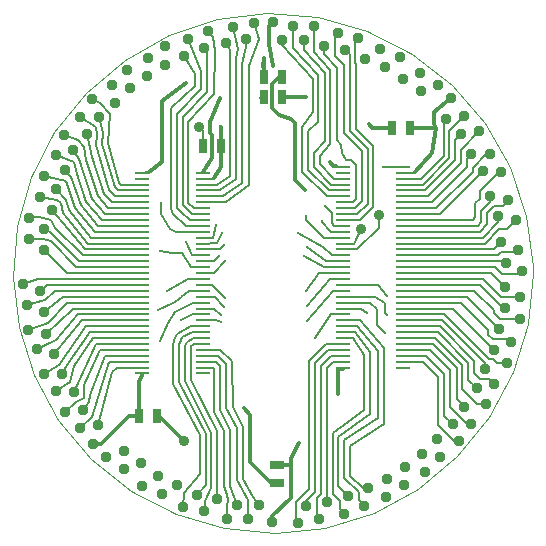
<source format=gtl>
G04 (created by PCBNEW-RS274X (2012-apr-16-27)-stable) date Tue 25 Mar 2014 08:58:53 PM EDT*
G01*
G70*
G90*
%MOIN*%
G04 Gerber Fmt 3.4, Leading zero omitted, Abs format*
%FSLAX34Y34*%
G04 APERTURE LIST*
%ADD10C,0.006000*%
%ADD11C,0.000400*%
%ADD12R,0.025000X0.045000*%
%ADD13C,0.037000*%
%ADD14R,0.045000X0.025000*%
%ADD15R,0.045300X0.009800*%
%ADD16C,0.013000*%
%ADD17C,0.035000*%
%ADD18C,0.008000*%
%ADD19C,0.011800*%
G04 APERTURE END LIST*
G54D10*
G54D11*
X48032Y-39370D02*
X47867Y-41052D01*
X47378Y-42670D01*
X46584Y-44163D01*
X45516Y-45473D01*
X44213Y-46551D01*
X42726Y-47355D01*
X41111Y-47855D01*
X39430Y-48031D01*
X37747Y-47878D01*
X36126Y-47401D01*
X34628Y-46618D01*
X33310Y-45558D01*
X32223Y-44263D01*
X31409Y-42782D01*
X30898Y-41170D01*
X30709Y-39490D01*
X30851Y-37807D01*
X31317Y-36182D01*
X32090Y-34678D01*
X33140Y-33353D01*
X34427Y-32258D01*
X35903Y-31433D01*
X37510Y-30911D01*
X39189Y-30710D01*
X40874Y-30840D01*
X42502Y-31295D01*
X44011Y-32057D01*
X45343Y-33098D01*
X46448Y-34377D01*
X47283Y-35847D01*
X47816Y-37451D01*
X48028Y-39129D01*
X48032Y-39370D01*
G54D12*
X39060Y-33484D03*
X39660Y-33484D03*
X39060Y-32825D03*
X39660Y-32825D03*
G54D13*
X33386Y-45059D03*
X39350Y-47677D03*
G54D12*
X43942Y-34528D03*
X43342Y-34528D03*
X37643Y-35118D03*
X37043Y-35118D03*
X35517Y-44134D03*
X34917Y-44134D03*
G54D14*
X39508Y-46363D03*
X39508Y-45763D03*
G54D15*
X37028Y-42716D03*
X37028Y-42520D03*
X37028Y-42323D03*
X37028Y-42126D03*
X37028Y-41929D03*
X37028Y-41732D03*
X37028Y-41535D03*
X37028Y-41339D03*
X37028Y-41142D03*
X37028Y-40945D03*
X37028Y-40748D03*
X37028Y-40551D03*
X37028Y-40354D03*
X37028Y-40157D03*
X37028Y-39961D03*
X37028Y-39764D03*
X37028Y-39567D03*
X37028Y-39370D03*
X37028Y-39173D03*
X37028Y-38976D03*
X37028Y-38779D03*
X37028Y-38583D03*
X37028Y-38386D03*
X37028Y-38189D03*
X37028Y-37992D03*
X37028Y-37795D03*
X37028Y-37598D03*
X37028Y-37401D03*
X37028Y-37205D03*
X37028Y-37008D03*
X37028Y-36811D03*
X37028Y-36614D03*
X37028Y-36417D03*
X37028Y-36220D03*
X37028Y-36024D03*
X35020Y-36024D03*
X35020Y-36220D03*
X35020Y-36417D03*
X35020Y-36614D03*
X35020Y-36811D03*
X35020Y-37008D03*
X35020Y-37205D03*
X35020Y-37401D03*
X35020Y-37598D03*
X35020Y-37795D03*
X35020Y-37992D03*
X35020Y-38189D03*
X35020Y-38386D03*
X35020Y-38583D03*
X35020Y-38779D03*
X35020Y-38976D03*
X35020Y-39173D03*
X35020Y-39370D03*
X35020Y-39567D03*
X35020Y-39764D03*
X35020Y-39961D03*
X35020Y-40157D03*
X35020Y-40354D03*
X35020Y-40551D03*
X35020Y-40748D03*
X35020Y-40945D03*
X35020Y-41142D03*
X35020Y-41339D03*
X35020Y-41535D03*
X35020Y-41732D03*
X35020Y-41929D03*
X35020Y-42126D03*
X35020Y-42323D03*
X35020Y-42520D03*
X35020Y-42716D03*
X43721Y-42519D03*
X43721Y-42323D03*
X43721Y-42126D03*
X43721Y-41929D03*
X43721Y-41732D03*
X43721Y-41535D03*
X43721Y-41338D03*
X43721Y-41142D03*
X43721Y-40945D03*
X43721Y-40748D03*
X43721Y-40551D03*
X43721Y-40354D03*
X43721Y-40157D03*
X43721Y-39960D03*
X43721Y-39764D03*
X43721Y-39567D03*
X43721Y-39370D03*
X43721Y-39173D03*
X43721Y-38976D03*
X43721Y-38779D03*
X43721Y-38582D03*
X43721Y-38386D03*
X43721Y-38189D03*
X43721Y-37992D03*
X43721Y-37795D03*
X43721Y-37598D03*
X43721Y-37401D03*
X43721Y-37204D03*
X43721Y-37008D03*
X43721Y-36811D03*
X43721Y-36614D03*
X43721Y-36417D03*
X43721Y-36220D03*
X43721Y-36023D03*
X43721Y-35827D03*
X41713Y-35827D03*
X41713Y-36023D03*
X41713Y-36220D03*
X41713Y-36417D03*
X41713Y-36614D03*
X41713Y-36811D03*
X41713Y-37008D03*
X41713Y-37204D03*
X41713Y-37401D03*
X41713Y-37598D03*
X41713Y-37795D03*
X41713Y-37992D03*
X41713Y-38189D03*
X41713Y-38386D03*
X41713Y-38582D03*
X41713Y-38779D03*
X41713Y-38976D03*
X41713Y-39173D03*
X41713Y-39370D03*
X41713Y-39567D03*
X41713Y-39764D03*
X41713Y-39960D03*
X41713Y-40157D03*
X41713Y-40354D03*
X41713Y-40551D03*
X41713Y-40748D03*
X41713Y-40945D03*
X41713Y-41142D03*
X41713Y-41338D03*
X41713Y-41535D03*
X41713Y-41732D03*
X41713Y-41929D03*
X41713Y-42126D03*
X41713Y-42323D03*
X41713Y-42519D03*
G54D13*
X33346Y-33583D03*
X32952Y-34172D03*
X33558Y-34151D03*
X33164Y-34740D03*
X37835Y-47579D03*
X38544Y-47579D03*
X38189Y-47087D03*
X38898Y-47087D03*
X37520Y-46890D03*
X36825Y-46751D03*
X37076Y-47303D03*
X36381Y-47164D03*
X36181Y-46417D03*
X35526Y-46146D03*
X35666Y-46736D03*
X35011Y-46465D03*
X34980Y-45689D03*
X34391Y-45295D03*
X34412Y-45901D03*
X33823Y-45507D03*
X32441Y-44016D03*
X32942Y-44517D03*
X33039Y-43918D03*
X33541Y-44420D03*
X31732Y-42717D03*
X32125Y-43307D03*
X32338Y-42739D03*
X32731Y-43328D03*
X31220Y-41260D03*
X31491Y-41915D03*
X31810Y-41399D03*
X32081Y-42054D03*
X31043Y-39724D03*
X31181Y-40419D03*
X31594Y-39976D03*
X31732Y-40671D03*
X31240Y-37539D03*
X31240Y-38248D03*
X31732Y-37893D03*
X31732Y-38602D03*
X31732Y-36122D03*
X31593Y-36817D03*
X32145Y-36566D03*
X32006Y-37261D03*
X32402Y-34764D03*
X32131Y-35419D03*
X32721Y-35279D03*
X32450Y-35934D03*
X34094Y-33701D03*
X34595Y-33200D03*
X33996Y-33103D03*
X34498Y-32601D03*
X35177Y-32815D03*
X35767Y-32422D03*
X35199Y-32209D03*
X35788Y-31816D03*
X36417Y-32146D03*
X37072Y-31875D03*
X36556Y-31556D03*
X37211Y-31285D03*
X38740Y-31024D03*
X38045Y-31162D03*
X38488Y-31575D03*
X37793Y-31713D03*
X41083Y-31791D03*
X41778Y-31930D03*
X41527Y-31378D03*
X42222Y-31517D03*
X40217Y-47697D03*
X40912Y-47559D03*
X40469Y-47146D03*
X41164Y-47008D03*
X42539Y-46535D03*
X41884Y-46806D03*
X42400Y-47125D03*
X41745Y-47396D03*
X43760Y-45827D03*
X43170Y-46220D03*
X43738Y-46433D03*
X43149Y-46826D03*
X44843Y-44902D03*
X44342Y-45403D03*
X44941Y-45500D03*
X44439Y-46002D03*
X45571Y-44980D03*
X45965Y-44391D03*
X45359Y-44412D03*
X45753Y-43823D03*
X46476Y-43720D03*
X46747Y-43065D03*
X46157Y-43205D03*
X46428Y-42550D03*
X47165Y-42362D03*
X47304Y-41667D03*
X46752Y-41918D03*
X46891Y-41223D03*
X47598Y-40886D03*
X47598Y-40177D03*
X47106Y-40532D03*
X47106Y-39823D03*
X47677Y-39291D03*
X47539Y-38596D03*
X47126Y-39039D03*
X46988Y-38344D03*
X47480Y-37598D03*
X47209Y-36943D03*
X46890Y-37459D03*
X46619Y-36804D03*
X46988Y-36004D03*
X46595Y-35414D03*
X46382Y-35982D03*
X45989Y-35393D03*
X46240Y-34646D03*
X45739Y-34145D03*
X45642Y-34744D03*
X45140Y-34242D03*
X43720Y-32913D03*
X44309Y-33307D03*
X44288Y-32701D03*
X44877Y-33095D03*
X40748Y-31122D03*
X40039Y-31122D03*
X40394Y-31614D03*
X39685Y-31614D03*
X39370Y-31004D03*
X45295Y-33543D03*
X42441Y-32224D03*
X43096Y-32495D03*
X42956Y-31905D03*
X43611Y-32176D03*
G54D16*
X41102Y-37146D03*
X41004Y-37618D03*
X40472Y-37461D03*
G54D17*
X42323Y-37913D03*
X42894Y-37441D03*
G54D16*
X40217Y-38031D03*
X40512Y-38514D03*
X40404Y-38809D03*
X40472Y-39961D03*
X40492Y-40472D03*
X43189Y-40138D03*
X40512Y-40965D03*
X43169Y-40768D03*
X43110Y-41378D03*
X42500Y-40689D03*
X40787Y-41535D03*
X39045Y-32500D03*
X36486Y-33041D03*
X38957Y-33524D03*
X37599Y-33524D03*
X35630Y-37028D03*
X37490Y-37776D03*
X37677Y-38022D03*
X37736Y-38425D03*
X36457Y-38346D03*
X37559Y-38799D03*
X35591Y-38622D03*
X37785Y-38976D03*
X35827Y-39961D03*
X37776Y-40197D03*
X35531Y-40610D03*
X37736Y-40512D03*
X35610Y-41634D03*
X37648Y-40758D03*
X36319Y-40945D03*
X37628Y-41014D03*
X41260Y-35659D03*
X40453Y-36614D03*
X40482Y-33484D03*
X43051Y-35827D03*
X38406Y-43878D03*
X42559Y-34409D03*
G54D17*
X36909Y-34488D03*
X36417Y-44961D03*
G54D16*
X40226Y-45030D03*
X41535Y-43386D03*
X39390Y-32480D03*
X37618Y-34469D03*
G54D18*
X45448Y-34938D02*
X45642Y-34744D01*
X45448Y-35595D02*
X45448Y-34938D01*
X44429Y-36614D02*
X45448Y-35595D01*
X43721Y-36614D02*
X44429Y-36614D01*
X43721Y-36811D02*
X44527Y-36811D01*
X45630Y-35256D02*
X46240Y-34646D01*
X45630Y-35708D02*
X45630Y-35256D01*
X44527Y-36811D02*
X45630Y-35708D01*
X43721Y-37008D02*
X44665Y-37008D01*
X45827Y-35555D02*
X45989Y-35393D01*
X45827Y-35846D02*
X45827Y-35555D01*
X44665Y-37008D02*
X45827Y-35846D01*
X46024Y-36003D02*
X46024Y-35866D01*
X43721Y-37204D02*
X44823Y-37204D01*
X46476Y-35414D02*
X46595Y-35414D01*
X44823Y-37204D02*
X46024Y-36003D01*
X46024Y-35866D02*
X46476Y-35414D01*
X43721Y-37401D02*
X44941Y-37401D01*
X46382Y-35960D02*
X46382Y-35982D01*
X44941Y-37401D02*
X46382Y-35960D01*
X43721Y-37598D02*
X46024Y-37598D01*
X46280Y-36890D02*
X46280Y-36634D01*
X46910Y-36004D02*
X46988Y-36004D01*
X46122Y-37500D02*
X46122Y-37048D01*
X46122Y-37048D02*
X46280Y-36890D01*
X46280Y-36634D02*
X46910Y-36004D01*
X46024Y-37598D02*
X46122Y-37500D01*
X46196Y-37795D02*
X46319Y-37672D01*
X46319Y-37284D02*
X46619Y-36984D01*
X46319Y-37672D02*
X46319Y-37284D01*
X46619Y-36984D02*
X46619Y-36804D01*
X43721Y-37795D02*
X46196Y-37795D01*
X46260Y-37992D02*
X46516Y-37736D01*
X43721Y-37992D02*
X46260Y-37992D01*
X46516Y-37362D02*
X46752Y-37126D01*
X46752Y-37126D02*
X47026Y-37126D01*
X46516Y-37736D02*
X46516Y-37362D01*
X47026Y-37126D02*
X47209Y-36943D01*
X46358Y-38189D02*
X46890Y-37657D01*
X43721Y-38189D02*
X46358Y-38189D01*
X46890Y-37657D02*
X46890Y-37459D01*
X46436Y-38386D02*
X46909Y-37913D01*
X46909Y-37913D02*
X47165Y-37913D01*
X47165Y-37913D02*
X47480Y-37598D01*
X43721Y-38386D02*
X46436Y-38386D01*
X43721Y-38582D02*
X46750Y-38582D01*
X46750Y-38582D02*
X46988Y-38344D01*
X46871Y-38779D02*
X46969Y-38681D01*
X46969Y-38681D02*
X47454Y-38681D01*
X47454Y-38681D02*
X47539Y-38596D01*
X43721Y-38779D02*
X46871Y-38779D01*
X43721Y-38976D02*
X47063Y-38976D01*
X47063Y-38976D02*
X47126Y-39039D01*
X43721Y-39173D02*
X46772Y-39173D01*
X46772Y-39173D02*
X47008Y-39409D01*
X47008Y-39409D02*
X47559Y-39409D01*
X47559Y-39409D02*
X47677Y-39291D01*
X43721Y-39370D02*
X46653Y-39370D01*
X46653Y-39370D02*
X47106Y-39823D01*
X43721Y-39567D02*
X46359Y-39567D01*
X46969Y-40177D02*
X47598Y-40177D01*
X46359Y-39567D02*
X46969Y-40177D01*
X46279Y-39764D02*
X47047Y-40532D01*
X47047Y-40532D02*
X47106Y-40532D01*
X43721Y-39764D02*
X46279Y-39764D01*
X43721Y-39960D02*
X46082Y-39960D01*
X46082Y-39960D02*
X46732Y-40610D01*
X46732Y-40610D02*
X46732Y-40689D01*
X46929Y-40886D02*
X47598Y-40886D01*
X46732Y-40689D02*
X46929Y-40886D01*
X45825Y-40157D02*
X46891Y-41223D01*
X43721Y-40157D02*
X45825Y-40157D01*
X45629Y-40354D02*
X46555Y-41280D01*
X47192Y-41555D02*
X47304Y-41667D01*
X46693Y-41555D02*
X47192Y-41555D01*
X43721Y-40354D02*
X45629Y-40354D01*
X46555Y-41417D02*
X46693Y-41555D01*
X46555Y-41280D02*
X46555Y-41417D01*
X43721Y-40551D02*
X45385Y-40551D01*
X45385Y-40551D02*
X46752Y-41918D01*
X46575Y-42244D02*
X46712Y-42244D01*
X45079Y-40748D02*
X46575Y-42244D01*
X46712Y-42244D02*
X46830Y-42362D01*
X46830Y-42362D02*
X47165Y-42362D01*
X43721Y-40748D02*
X45079Y-40748D01*
X46428Y-42373D02*
X46428Y-42550D01*
X43721Y-40945D02*
X45000Y-40945D01*
X45000Y-40945D02*
X46428Y-42373D01*
X43721Y-41142D02*
X44941Y-41142D01*
X44941Y-41142D02*
X46083Y-42284D01*
X46280Y-42894D02*
X46576Y-42894D01*
X46083Y-42697D02*
X46280Y-42894D01*
X46576Y-42894D02*
X46747Y-43065D01*
X46083Y-42284D02*
X46083Y-42697D01*
X44862Y-41338D02*
X45886Y-42362D01*
X45886Y-42362D02*
X45886Y-42934D01*
X45886Y-42934D02*
X46157Y-43205D01*
X43721Y-41338D02*
X44862Y-41338D01*
X45689Y-42441D02*
X45689Y-43248D01*
X45689Y-43248D02*
X46161Y-43720D01*
X46161Y-43720D02*
X46476Y-43720D01*
X44783Y-41535D02*
X45689Y-42441D01*
X43721Y-41535D02*
X44783Y-41535D01*
X45492Y-42520D02*
X45492Y-43562D01*
X44704Y-41732D02*
X45492Y-42520D01*
X43721Y-41732D02*
X44704Y-41732D01*
X45492Y-43562D02*
X45753Y-43823D01*
X45276Y-43839D02*
X45828Y-44391D01*
X44606Y-41929D02*
X45276Y-42599D01*
X45276Y-42599D02*
X45276Y-43839D01*
X43721Y-41929D02*
X44606Y-41929D01*
X45828Y-44391D02*
X45965Y-44391D01*
X45079Y-42717D02*
X45079Y-44132D01*
X44488Y-42126D02*
X45079Y-42717D01*
X45079Y-44132D02*
X45359Y-44412D01*
X43721Y-42126D02*
X44488Y-42126D01*
X44882Y-42835D02*
X44882Y-44449D01*
X43721Y-42323D02*
X44370Y-42323D01*
X45413Y-44980D02*
X45571Y-44980D01*
X44882Y-44449D02*
X45413Y-44980D01*
X44370Y-42323D02*
X44882Y-42835D01*
X41289Y-32605D02*
X40748Y-32008D01*
X40748Y-32008D02*
X40748Y-31122D01*
X41398Y-36220D02*
X40925Y-35748D01*
X41713Y-36220D02*
X41398Y-36220D01*
X40944Y-35450D02*
X41289Y-35054D01*
X40925Y-35748D02*
X40944Y-35450D01*
X41289Y-35054D02*
X41289Y-32605D01*
X40728Y-35846D02*
X40728Y-35365D01*
X40728Y-35365D02*
X41092Y-34961D01*
X41092Y-34961D02*
X41092Y-32693D01*
X41713Y-36417D02*
X41319Y-36417D01*
X40394Y-31929D02*
X40394Y-31614D01*
X41319Y-36417D02*
X40728Y-35846D01*
X41092Y-32693D02*
X40394Y-31929D01*
X41713Y-36614D02*
X41240Y-36614D01*
X40531Y-35926D02*
X40531Y-34646D01*
X40531Y-34646D02*
X40886Y-34326D01*
X40039Y-31850D02*
X40039Y-31122D01*
X40886Y-34326D02*
X40886Y-32770D01*
X41240Y-36614D02*
X40531Y-35926D01*
X40886Y-32770D02*
X40039Y-31850D01*
X39685Y-31772D02*
X39685Y-31614D01*
X40698Y-32892D02*
X39685Y-31772D01*
X41713Y-36811D02*
X41162Y-36811D01*
X41162Y-36811D02*
X40335Y-36004D01*
X40335Y-36004D02*
X40335Y-34488D01*
X40335Y-34488D02*
X40698Y-34010D01*
X40698Y-34010D02*
X40698Y-32892D01*
X41506Y-34931D02*
X41506Y-32529D01*
X41083Y-32067D02*
X41083Y-31791D01*
X41506Y-32529D02*
X41083Y-32067D01*
X41648Y-35103D02*
X41506Y-34931D01*
X41713Y-37008D02*
X42027Y-37008D01*
X41673Y-35354D02*
X41648Y-35103D01*
X42146Y-35768D02*
X41988Y-35610D01*
X42027Y-37008D02*
X42146Y-36889D01*
X41791Y-35610D02*
X41673Y-35354D01*
X42146Y-36889D02*
X42146Y-35768D01*
X41988Y-35610D02*
X41791Y-35610D01*
X42343Y-36968D02*
X42343Y-35315D01*
X42107Y-37204D02*
X42343Y-36968D01*
X41437Y-31468D02*
X41527Y-31378D01*
X41732Y-32441D02*
X41437Y-32146D01*
X41437Y-32146D02*
X41437Y-31468D01*
X41713Y-37204D02*
X42107Y-37204D01*
X41732Y-34704D02*
X41732Y-32441D01*
X42343Y-35315D02*
X41732Y-34704D01*
X41929Y-34641D02*
X41929Y-32081D01*
X42525Y-35237D02*
X41929Y-34641D01*
X42186Y-37401D02*
X42525Y-37062D01*
X41713Y-37401D02*
X42186Y-37401D01*
X41929Y-32081D02*
X41778Y-31930D01*
X42525Y-37062D02*
X42525Y-35237D01*
X42111Y-32367D02*
X42111Y-31628D01*
X41713Y-37598D02*
X42264Y-37598D01*
X42111Y-31628D02*
X42222Y-31517D01*
X42126Y-32382D02*
X42111Y-32367D01*
X42126Y-34567D02*
X42126Y-32382D01*
X42707Y-35148D02*
X42126Y-34567D01*
X42264Y-37598D02*
X42707Y-37155D01*
X42707Y-37155D02*
X42707Y-35148D01*
X41339Y-37716D02*
X41339Y-37383D01*
X41418Y-37795D02*
X41339Y-37716D01*
X41713Y-37795D02*
X41418Y-37795D01*
X41339Y-37383D02*
X41102Y-37146D01*
X41713Y-37992D02*
X41319Y-37992D01*
X41319Y-37992D02*
X41004Y-37677D01*
X41004Y-37677D02*
X41004Y-37618D01*
X41063Y-38189D02*
X41713Y-38189D01*
X41063Y-38189D02*
X40472Y-37598D01*
X40472Y-37598D02*
X40472Y-37461D01*
X41713Y-38386D02*
X42067Y-38386D01*
X42067Y-38386D02*
X42323Y-37913D01*
X42894Y-37873D02*
X42894Y-37441D01*
X42185Y-38582D02*
X42894Y-37873D01*
X41713Y-38582D02*
X42185Y-38582D01*
X41043Y-38484D02*
X40217Y-38031D01*
X41713Y-38779D02*
X41338Y-38779D01*
X41338Y-38779D02*
X41043Y-38484D01*
X41575Y-38976D02*
X41555Y-38976D01*
X41142Y-38976D02*
X40512Y-38514D01*
X41713Y-38976D02*
X41575Y-38976D01*
X41555Y-38976D02*
X41142Y-38976D01*
X41713Y-39173D02*
X41073Y-39173D01*
X41073Y-39173D02*
X40404Y-38809D01*
X41713Y-39370D02*
X40905Y-39370D01*
X40905Y-39370D02*
X40472Y-39961D01*
X41280Y-39567D02*
X40492Y-40472D01*
X41713Y-39567D02*
X41280Y-39567D01*
X42875Y-39764D02*
X43189Y-40138D01*
X41713Y-39764D02*
X42875Y-39764D01*
X41713Y-39960D02*
X41378Y-39961D01*
X41378Y-39961D02*
X40512Y-40965D01*
X43110Y-40708D02*
X43169Y-40768D01*
X42776Y-40157D02*
X43110Y-40374D01*
X43110Y-40374D02*
X43110Y-40708D01*
X41713Y-40157D02*
X42776Y-40157D01*
X42835Y-41103D02*
X43110Y-41378D01*
X41713Y-40354D02*
X42618Y-40354D01*
X42618Y-40354D02*
X42835Y-40571D01*
X42835Y-40571D02*
X42835Y-41103D01*
X41713Y-40551D02*
X42303Y-40551D01*
X42303Y-40551D02*
X42500Y-40689D01*
X41319Y-40748D02*
X40787Y-41535D01*
X41319Y-40748D02*
X41319Y-40748D01*
X41713Y-40748D02*
X41319Y-40748D01*
X42266Y-40945D02*
X43071Y-41858D01*
X43071Y-44415D02*
X41949Y-45138D01*
X42362Y-46535D02*
X42539Y-46535D01*
X41949Y-45138D02*
X41949Y-46122D01*
X43071Y-41858D02*
X43071Y-44415D01*
X41949Y-46122D02*
X42362Y-46535D01*
X41713Y-40945D02*
X42266Y-40945D01*
X42224Y-46673D02*
X42224Y-46949D01*
X41713Y-41142D02*
X42185Y-41142D01*
X41752Y-46201D02*
X42224Y-46673D01*
X42224Y-46949D02*
X42400Y-47125D01*
X42874Y-41953D02*
X42874Y-44213D01*
X42874Y-44213D02*
X41752Y-44942D01*
X41752Y-44942D02*
X41752Y-46201D01*
X42185Y-41142D02*
X42874Y-41953D01*
X41713Y-41338D02*
X42105Y-41338D01*
X42618Y-44055D02*
X41555Y-44823D01*
X41555Y-44823D02*
X41555Y-46477D01*
X42105Y-41338D02*
X42618Y-42014D01*
X41555Y-46477D02*
X41884Y-46806D01*
X42618Y-42014D02*
X42618Y-44055D01*
X41358Y-44705D02*
X41358Y-46732D01*
X42402Y-42106D02*
X42402Y-42736D01*
X42402Y-42736D02*
X42402Y-43937D01*
X42027Y-41535D02*
X42402Y-42106D01*
X41713Y-41535D02*
X42027Y-41535D01*
X41594Y-47245D02*
X41745Y-47396D01*
X42402Y-43937D02*
X41890Y-44331D01*
X41890Y-44331D02*
X41358Y-44705D01*
X41594Y-46968D02*
X41594Y-47245D01*
X41358Y-46732D02*
X41594Y-46968D01*
X41142Y-41732D02*
X40571Y-42303D01*
X40138Y-47008D02*
X40138Y-47618D01*
X40571Y-42303D02*
X40571Y-46575D01*
X40138Y-47618D02*
X40217Y-47697D01*
X40571Y-46575D02*
X40138Y-47008D01*
X41713Y-41732D02*
X41142Y-41732D01*
X40768Y-46653D02*
X40469Y-46952D01*
X41713Y-41929D02*
X41221Y-41929D01*
X41221Y-41929D02*
X40768Y-42382D01*
X40469Y-46952D02*
X40469Y-47146D01*
X40768Y-42382D02*
X40768Y-46653D01*
X41299Y-42126D02*
X40965Y-42460D01*
X40827Y-47474D02*
X40912Y-47559D01*
X41713Y-42126D02*
X41299Y-42126D01*
X40827Y-46870D02*
X40827Y-47474D01*
X40965Y-42460D02*
X40965Y-46732D01*
X40965Y-46732D02*
X40827Y-46870D01*
X41338Y-42362D02*
X41164Y-42536D01*
X41164Y-42536D02*
X41164Y-47008D01*
X41339Y-42362D02*
X41338Y-42362D01*
X41378Y-42323D02*
X41339Y-42362D01*
X41713Y-42323D02*
X41378Y-42323D01*
X44291Y-36220D02*
X45059Y-35452D01*
X45059Y-34323D02*
X45140Y-34242D01*
X45059Y-35452D02*
X45059Y-34323D01*
X43721Y-36220D02*
X44291Y-36220D01*
X45256Y-35531D02*
X45256Y-34628D01*
X43721Y-36417D02*
X44370Y-36417D01*
X44370Y-36417D02*
X45256Y-35531D01*
X45256Y-34628D02*
X45739Y-34145D01*
G54D19*
X35689Y-35650D02*
X35689Y-33622D01*
X39060Y-32210D02*
X39045Y-32500D01*
X35689Y-33622D02*
X36486Y-33041D01*
G54D18*
X35256Y-36004D02*
X35020Y-36024D01*
G54D19*
X35256Y-36004D02*
X35689Y-35650D01*
X39060Y-32825D02*
X39060Y-32210D01*
X37343Y-35531D02*
X37343Y-34764D01*
G54D18*
X37028Y-36024D02*
X37028Y-36004D01*
G54D19*
X37264Y-34685D02*
X37264Y-34331D01*
X39045Y-33524D02*
X38957Y-33524D01*
X37343Y-34764D02*
X37264Y-34685D01*
X37028Y-36004D02*
X37343Y-35531D01*
X39060Y-33484D02*
X39045Y-33524D01*
X37264Y-34331D02*
X37599Y-33524D01*
G54D18*
X35020Y-36417D02*
X34311Y-36417D01*
X33878Y-35039D02*
X33937Y-34075D01*
X33937Y-34075D02*
X33602Y-33701D01*
X33602Y-33701D02*
X33346Y-33583D01*
X34311Y-36417D02*
X34252Y-36358D01*
X34252Y-36358D02*
X33878Y-35039D01*
X32559Y-37283D02*
X32480Y-36949D01*
X35020Y-38189D02*
X34508Y-38189D01*
X33307Y-38187D02*
X32559Y-37283D01*
X32480Y-36949D02*
X32145Y-36566D01*
X34508Y-38189D02*
X33307Y-38187D01*
X32165Y-36949D02*
X31593Y-36817D01*
X32362Y-37362D02*
X32303Y-37047D01*
X32303Y-37047D02*
X32165Y-36949D01*
X35020Y-38386D02*
X33209Y-38386D01*
X33209Y-38386D02*
X32362Y-37362D01*
X35020Y-38583D02*
X33110Y-38583D01*
X33110Y-38583D02*
X32006Y-37261D01*
X33031Y-38780D02*
X32106Y-37874D01*
X31575Y-37500D02*
X31240Y-37539D01*
X32106Y-37874D02*
X31969Y-37598D01*
X31969Y-37598D02*
X31575Y-37500D01*
X35020Y-38779D02*
X33031Y-38780D01*
X32894Y-38976D02*
X31949Y-37992D01*
X35020Y-38976D02*
X32894Y-38976D01*
X31949Y-37992D02*
X31732Y-37893D01*
X31713Y-38248D02*
X31240Y-38248D01*
X32795Y-39173D02*
X31969Y-38287D01*
X31969Y-38287D02*
X31713Y-38248D01*
X35020Y-39173D02*
X32795Y-39173D01*
X35020Y-39370D02*
X32520Y-39370D01*
X32520Y-39370D02*
X31732Y-38602D01*
X35020Y-39567D02*
X31535Y-39567D01*
X31535Y-39567D02*
X31043Y-39724D01*
X31850Y-39764D02*
X31594Y-39976D01*
X35020Y-39764D02*
X31850Y-39764D01*
X35020Y-39961D02*
X32106Y-39961D01*
X32106Y-39961D02*
X31772Y-40276D01*
X31772Y-40276D02*
X31181Y-40419D01*
X34094Y-36496D02*
X33681Y-35059D01*
X34213Y-36614D02*
X34094Y-36496D01*
X35020Y-36614D02*
X34213Y-36614D01*
X33681Y-35059D02*
X33701Y-34685D01*
X33701Y-34685D02*
X33558Y-34151D01*
X35020Y-40157D02*
X32362Y-40157D01*
X32362Y-40157D02*
X31732Y-40671D01*
X35020Y-40354D02*
X32500Y-40354D01*
X31870Y-41024D02*
X31220Y-41260D01*
X32500Y-40354D02*
X31870Y-41024D01*
X35020Y-40551D02*
X32717Y-40551D01*
X32717Y-40551D02*
X31810Y-41399D01*
X32874Y-40748D02*
X32126Y-41614D01*
X32126Y-41614D02*
X31491Y-41915D01*
X35020Y-40748D02*
X32874Y-40748D01*
X33012Y-40945D02*
X32081Y-42054D01*
X35020Y-40945D02*
X33012Y-40945D01*
X35020Y-41142D02*
X33150Y-41142D01*
X32224Y-42421D02*
X31732Y-42717D01*
X33150Y-41142D02*
X32224Y-42421D01*
X32520Y-42421D02*
X32338Y-42739D01*
X35020Y-41339D02*
X33268Y-41339D01*
X33268Y-41339D02*
X32520Y-42421D01*
X33386Y-41535D02*
X32756Y-42461D01*
X35020Y-41535D02*
X33386Y-41535D01*
X32756Y-42461D02*
X32618Y-42992D01*
X32618Y-42992D02*
X32125Y-43307D01*
X33484Y-41732D02*
X32731Y-43328D01*
X35020Y-41732D02*
X33484Y-41732D01*
X35020Y-41929D02*
X33622Y-41929D01*
X33622Y-41929D02*
X33084Y-43109D01*
X33071Y-43543D02*
X32795Y-43661D01*
X32795Y-43661D02*
X32441Y-44016D01*
X33084Y-43109D02*
X33071Y-43543D01*
X33504Y-34783D02*
X33465Y-34508D01*
X34094Y-36811D02*
X33917Y-36614D01*
X35020Y-36811D02*
X34094Y-36811D01*
X33917Y-36614D02*
X33465Y-35098D01*
X33465Y-34508D02*
X32952Y-34172D01*
X33465Y-35098D02*
X33504Y-34783D01*
X33287Y-43445D02*
X33228Y-43681D01*
X35020Y-42126D02*
X33760Y-42126D01*
X33228Y-43681D02*
X33039Y-43918D01*
X33760Y-42126D02*
X33287Y-43445D01*
X33327Y-44154D02*
X32942Y-44517D01*
X35020Y-42323D02*
X33898Y-42323D01*
X33898Y-42323D02*
X33327Y-44154D01*
X34173Y-42520D02*
X33996Y-42657D01*
X35020Y-42520D02*
X34173Y-42520D01*
X33996Y-42657D02*
X33541Y-44420D01*
X37520Y-36417D02*
X37953Y-36129D01*
X37953Y-36129D02*
X37953Y-31938D01*
X37953Y-31938D02*
X37793Y-31713D01*
X37028Y-36417D02*
X37520Y-36417D01*
X37559Y-36614D02*
X37598Y-36614D01*
X38150Y-32213D02*
X38209Y-31890D01*
X38209Y-31890D02*
X38045Y-31162D01*
X38150Y-36246D02*
X38150Y-32213D01*
X37028Y-36614D02*
X37559Y-36614D01*
X37598Y-36614D02*
X38150Y-36246D01*
X37028Y-36811D02*
X37697Y-36811D01*
X38484Y-31831D02*
X38488Y-31575D01*
X38346Y-36359D02*
X38346Y-32402D01*
X38346Y-32402D02*
X38484Y-31831D01*
X37697Y-36811D02*
X38346Y-36359D01*
X38583Y-32460D02*
X38898Y-31575D01*
X38898Y-31575D02*
X38740Y-31024D01*
X38564Y-36437D02*
X38583Y-32460D01*
X37028Y-37008D02*
X37795Y-37008D01*
X37795Y-37008D02*
X38564Y-36437D01*
X37403Y-33394D02*
X37430Y-31966D01*
X36732Y-37205D02*
X36555Y-37026D01*
X36555Y-34322D02*
X37403Y-33394D01*
X37430Y-31966D02*
X37362Y-31516D01*
X37362Y-31516D02*
X37211Y-31285D01*
X37028Y-37205D02*
X36732Y-37205D01*
X36555Y-37026D02*
X36555Y-34322D01*
X36713Y-37402D02*
X36673Y-37402D01*
X36673Y-37402D02*
X36496Y-37244D01*
X36359Y-34155D02*
X37165Y-33327D01*
X36496Y-37244D02*
X36359Y-37107D01*
X37165Y-31957D02*
X37072Y-31875D01*
X37165Y-33327D02*
X37165Y-31957D01*
X36359Y-37107D02*
X36359Y-34155D01*
X37028Y-37401D02*
X36713Y-37402D01*
X33740Y-36732D02*
X33346Y-35512D01*
X33346Y-35512D02*
X33164Y-34740D01*
X33996Y-37008D02*
X33740Y-36732D01*
X35020Y-37008D02*
X33996Y-37008D01*
X36969Y-32640D02*
X36556Y-31556D01*
X36969Y-33247D02*
X36969Y-32640D01*
X36161Y-34055D02*
X36969Y-33247D01*
X36280Y-37303D02*
X36161Y-37184D01*
X36614Y-37598D02*
X36299Y-37323D01*
X37028Y-37598D02*
X36614Y-37598D01*
X36299Y-37323D02*
X36280Y-37303D01*
X36161Y-37184D02*
X36161Y-34055D01*
X37028Y-37795D02*
X36476Y-37795D01*
X36772Y-33149D02*
X36772Y-32749D01*
X36476Y-37795D02*
X36043Y-37402D01*
X36772Y-32749D02*
X36417Y-32146D01*
X35965Y-33878D02*
X36772Y-33149D01*
X36043Y-37402D02*
X35965Y-37224D01*
X35965Y-37224D02*
X35965Y-33878D01*
X36142Y-37992D02*
X35945Y-37894D01*
X35630Y-37402D02*
X35630Y-37028D01*
X37028Y-37992D02*
X36673Y-37992D01*
X36673Y-37992D02*
X36142Y-37992D01*
X35945Y-37894D02*
X35630Y-37402D01*
X37363Y-38189D02*
X37028Y-38189D01*
X37363Y-38189D02*
X37490Y-37776D01*
X37506Y-38374D02*
X37677Y-38022D01*
X37028Y-38386D02*
X37506Y-38374D01*
X37597Y-38583D02*
X37736Y-38425D01*
X37362Y-38583D02*
X37597Y-38583D01*
X37362Y-38583D02*
X37362Y-38583D01*
X37028Y-38583D02*
X37362Y-38583D01*
X36791Y-38780D02*
X36673Y-38780D01*
X37028Y-38779D02*
X36791Y-38780D01*
X36673Y-38780D02*
X36457Y-38346D01*
X37411Y-38969D02*
X37559Y-38799D01*
X37028Y-38976D02*
X37411Y-38969D01*
X36654Y-39173D02*
X36356Y-38701D01*
X36356Y-38701D02*
X36002Y-38699D01*
X37028Y-39173D02*
X36654Y-39173D01*
X36002Y-38699D02*
X35591Y-38622D01*
X37028Y-39370D02*
X37421Y-39370D01*
X37421Y-39370D02*
X37785Y-38976D01*
X32874Y-34941D02*
X32402Y-34764D01*
X35020Y-37205D02*
X33878Y-37205D01*
X33130Y-35591D02*
X33071Y-35157D01*
X33543Y-36811D02*
X33130Y-35591D01*
X33878Y-37205D02*
X33543Y-36811D01*
X33071Y-35157D02*
X32874Y-34941D01*
X36555Y-39577D02*
X35827Y-39961D01*
X37028Y-39567D02*
X36555Y-39577D01*
X37343Y-39772D02*
X37776Y-40197D01*
X37028Y-39764D02*
X37343Y-39772D01*
X36201Y-40256D02*
X36043Y-40374D01*
X36575Y-39961D02*
X36299Y-40177D01*
X36043Y-40374D02*
X35531Y-40610D01*
X36299Y-40177D02*
X36201Y-40256D01*
X37028Y-39961D02*
X36575Y-39961D01*
X37028Y-40157D02*
X37431Y-40157D01*
X37431Y-40157D02*
X37736Y-40512D01*
X37028Y-40354D02*
X36693Y-40354D01*
X36693Y-40354D02*
X36102Y-40669D01*
X36102Y-40669D02*
X35886Y-41043D01*
X35886Y-41043D02*
X35610Y-41634D01*
X37028Y-40551D02*
X37411Y-40551D01*
X37411Y-40551D02*
X37648Y-40758D01*
X36693Y-40748D02*
X36319Y-40945D01*
X37028Y-40748D02*
X36693Y-40748D01*
X37461Y-40945D02*
X37460Y-40945D01*
X37480Y-40945D02*
X37628Y-41014D01*
X37460Y-40945D02*
X37480Y-40945D01*
X37028Y-40945D02*
X37461Y-40945D01*
X36063Y-41673D02*
X36043Y-41732D01*
X37028Y-41142D02*
X36654Y-41142D01*
X36161Y-41398D02*
X36083Y-41614D01*
X36083Y-41614D02*
X36063Y-41673D01*
X36417Y-46693D02*
X36381Y-47164D01*
X36929Y-44783D02*
X36929Y-46083D01*
X36043Y-43051D02*
X36929Y-44783D01*
X36654Y-41142D02*
X36161Y-41398D01*
X36929Y-46083D02*
X36417Y-46693D01*
X36043Y-41732D02*
X36043Y-43051D01*
X37126Y-44744D02*
X37126Y-46437D01*
X36260Y-41693D02*
X36240Y-41732D01*
X36693Y-41339D02*
X36339Y-41516D01*
X36240Y-41732D02*
X36240Y-43012D01*
X37126Y-46437D02*
X36825Y-46751D01*
X36240Y-43012D02*
X37126Y-44744D01*
X37028Y-41339D02*
X36693Y-41339D01*
X36339Y-41516D02*
X36260Y-41693D01*
X33346Y-36909D02*
X32913Y-35571D01*
X33780Y-37402D02*
X33346Y-36909D01*
X32913Y-35571D02*
X32721Y-35279D01*
X35020Y-37401D02*
X33780Y-37402D01*
X36437Y-41791D02*
X36437Y-42972D01*
X36732Y-41535D02*
X36496Y-41654D01*
X36437Y-42972D02*
X37323Y-44705D01*
X37106Y-46969D02*
X37076Y-47303D01*
X37323Y-44705D02*
X37323Y-46535D01*
X37323Y-46535D02*
X37106Y-46969D01*
X37028Y-41535D02*
X36732Y-41535D01*
X36496Y-41654D02*
X36437Y-41791D01*
X36772Y-41732D02*
X36673Y-41772D01*
X36634Y-42933D02*
X37520Y-44646D01*
X36634Y-41811D02*
X36634Y-42933D01*
X37520Y-44646D02*
X37520Y-46890D01*
X36673Y-41772D02*
X36634Y-41811D01*
X37028Y-41732D02*
X36772Y-41732D01*
X38386Y-44508D02*
X38386Y-46240D01*
X38386Y-46240D02*
X38720Y-46831D01*
X38031Y-43839D02*
X38386Y-44508D01*
X38720Y-46831D02*
X38898Y-47087D01*
X37992Y-42303D02*
X38012Y-42323D01*
X38012Y-42323D02*
X38031Y-43839D01*
X37028Y-41929D02*
X37618Y-41929D01*
X37618Y-41929D02*
X37992Y-42303D01*
X37815Y-42402D02*
X37815Y-43878D01*
X37815Y-43878D02*
X38169Y-44547D01*
X37028Y-42126D02*
X37480Y-42126D01*
X37539Y-42126D02*
X37815Y-42402D01*
X38169Y-46280D02*
X38543Y-46929D01*
X38543Y-46929D02*
X38544Y-47579D01*
X38169Y-44547D02*
X38169Y-46280D01*
X37480Y-42126D02*
X37539Y-42126D01*
X37953Y-44587D02*
X37953Y-46457D01*
X37402Y-42323D02*
X37461Y-42323D01*
X37618Y-43937D02*
X37953Y-44587D01*
X37461Y-42323D02*
X37598Y-42461D01*
X37953Y-46457D02*
X38189Y-47087D01*
X37598Y-42461D02*
X37618Y-42480D01*
X37028Y-42323D02*
X37402Y-42323D01*
X37618Y-42480D02*
X37618Y-43937D01*
X37362Y-42520D02*
X37421Y-42579D01*
X37421Y-42579D02*
X37421Y-43996D01*
X37835Y-46772D02*
X37874Y-46929D01*
X37874Y-46929D02*
X37835Y-47146D01*
X37028Y-42520D02*
X37362Y-42520D01*
X37756Y-44646D02*
X37756Y-46476D01*
X37421Y-43996D02*
X37756Y-44646D01*
X37756Y-46476D02*
X37835Y-46772D01*
X37835Y-47146D02*
X37835Y-47579D01*
X32854Y-36083D02*
X32736Y-35650D01*
X33661Y-37598D02*
X33150Y-36988D01*
X33150Y-36988D02*
X32854Y-36083D01*
X32736Y-35650D02*
X32131Y-35419D01*
X35020Y-37598D02*
X33661Y-37598D01*
X32972Y-37106D02*
X32638Y-36181D01*
X35020Y-37795D02*
X33543Y-37795D01*
X32638Y-36181D02*
X32450Y-35934D01*
X33543Y-37795D02*
X32972Y-37106D01*
X35020Y-37992D02*
X33445Y-37997D01*
X32461Y-36299D02*
X31732Y-36122D01*
X32776Y-37205D02*
X32461Y-36299D01*
X33445Y-37997D02*
X32776Y-37205D01*
G54D19*
X39990Y-34244D02*
X40098Y-34352D01*
X39350Y-33869D02*
X39577Y-34096D01*
X39577Y-34096D02*
X39990Y-34244D01*
X39660Y-32825D02*
X39586Y-32825D01*
X39350Y-33061D02*
X39350Y-33869D01*
X40098Y-34617D02*
X40098Y-36259D01*
G54D18*
X41555Y-35827D02*
X41476Y-35807D01*
G54D19*
X40098Y-36259D02*
X40453Y-36614D01*
G54D18*
X41555Y-35827D02*
X41713Y-35827D01*
G54D19*
X41476Y-35807D02*
X41378Y-35797D01*
X39586Y-32825D02*
X39350Y-33061D01*
X41378Y-35797D02*
X41260Y-35659D01*
X40098Y-34352D02*
X40098Y-34617D01*
X40482Y-33484D02*
X39660Y-33484D01*
G54D18*
X43721Y-35827D02*
X43051Y-35827D01*
G54D19*
X39660Y-33484D02*
X39660Y-33484D01*
G54D18*
X39508Y-46363D02*
X39305Y-46363D01*
G54D19*
X38612Y-44084D02*
X38406Y-43878D01*
X38612Y-45670D02*
X38612Y-44084D01*
X39305Y-46363D02*
X38612Y-45670D01*
X42678Y-34528D02*
X43342Y-34528D01*
X42559Y-34409D02*
X42678Y-34528D01*
G54D18*
X36983Y-34542D02*
X36909Y-34488D01*
X37043Y-34602D02*
X36909Y-34488D01*
X37043Y-35118D02*
X37043Y-34602D01*
X35517Y-44134D02*
X35590Y-44134D01*
G54D19*
X35590Y-44134D02*
X36417Y-44961D01*
X39508Y-45763D02*
X39980Y-45763D01*
G54D18*
X39980Y-45763D02*
X39980Y-45758D01*
X41713Y-42519D02*
X41713Y-42578D01*
G54D19*
X39980Y-46850D02*
X39350Y-47480D01*
X39980Y-45522D02*
X40226Y-45030D01*
X39980Y-46850D02*
X39980Y-45758D01*
X39980Y-45758D02*
X39980Y-45522D01*
X41555Y-42579D02*
X41535Y-43386D01*
X41713Y-42578D02*
X41555Y-42579D01*
X39350Y-47480D02*
X39350Y-47677D01*
X43942Y-34528D02*
X44803Y-34528D01*
X44685Y-35354D02*
X44803Y-34528D01*
G54D18*
X44035Y-36023D02*
X44114Y-36004D01*
G54D19*
X44744Y-34015D02*
X45295Y-33543D01*
X44803Y-34528D02*
X44744Y-34390D01*
G54D18*
X43721Y-36023D02*
X44035Y-36023D01*
G54D19*
X44744Y-34390D02*
X44744Y-34015D01*
G54D18*
X45295Y-33543D02*
X45295Y-33544D01*
X44803Y-34528D02*
X44803Y-34528D01*
G54D19*
X44114Y-36004D02*
X44685Y-35354D01*
G54D18*
X37402Y-36220D02*
X37402Y-36220D01*
X37382Y-36220D02*
X37402Y-36220D01*
X37028Y-36220D02*
X37382Y-36220D01*
X37618Y-34469D02*
X37618Y-34469D01*
G54D19*
X39232Y-31732D02*
X39232Y-31142D01*
X39390Y-32480D02*
X39232Y-31732D01*
X39232Y-31142D02*
X39370Y-31004D01*
X37402Y-36201D02*
X37638Y-35846D01*
X37638Y-35846D02*
X37638Y-35123D01*
G54D18*
X37638Y-35123D02*
X37643Y-35118D01*
X37402Y-36220D02*
X37402Y-36201D01*
X37643Y-34514D02*
X37618Y-34469D01*
G54D19*
X37643Y-35118D02*
X37643Y-34514D01*
X33386Y-45059D02*
X33642Y-45059D01*
X34567Y-44134D02*
X34917Y-44134D01*
X33642Y-45059D02*
X34567Y-44134D01*
G54D18*
X35020Y-42716D02*
X35020Y-42776D01*
G54D19*
X34917Y-42997D02*
X34917Y-44134D01*
X35020Y-42776D02*
X34917Y-42997D01*
M02*

</source>
